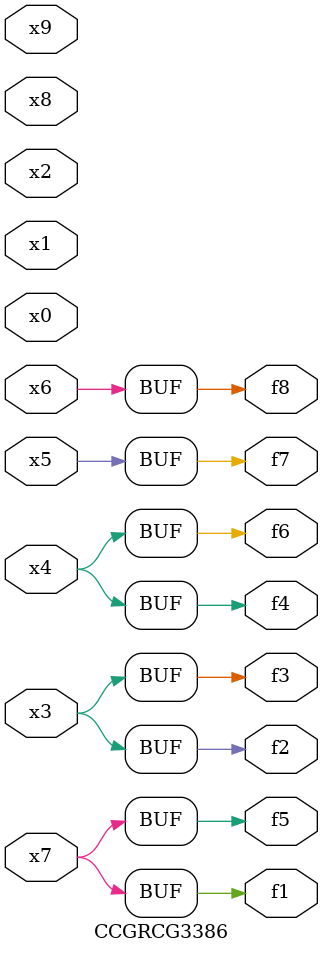
<source format=v>
module CCGRCG3386(
	input x0, x1, x2, x3, x4, x5, x6, x7, x8, x9,
	output f1, f2, f3, f4, f5, f6, f7, f8
);
	assign f1 = x7;
	assign f2 = x3;
	assign f3 = x3;
	assign f4 = x4;
	assign f5 = x7;
	assign f6 = x4;
	assign f7 = x5;
	assign f8 = x6;
endmodule

</source>
